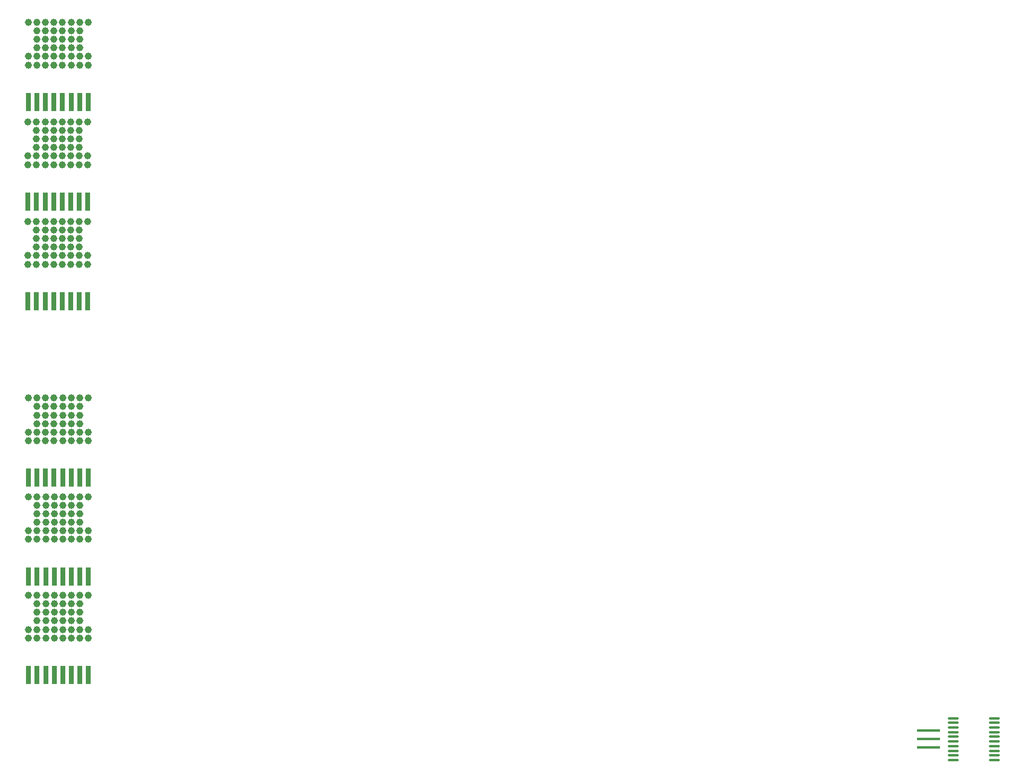
<source format=gbr>
%TF.GenerationSoftware,KiCad,Pcbnew,(6.0.0-rc1-57-gf03efa1cba)*%
%TF.CreationDate,2021-11-19T01:11:21-08:00*%
%TF.ProjectId,OpenCharger,4f70656e-4368-4617-9267-65722e6b6963,rev?*%
%TF.SameCoordinates,Original*%
%TF.FileFunction,Paste,Top*%
%TF.FilePolarity,Positive*%
%FSLAX46Y46*%
G04 Gerber Fmt 4.6, Leading zero omitted, Abs format (unit mm)*
G04 Created by KiCad (PCBNEW (6.0.0-rc1-57-gf03efa1cba)) date 2021-11-19 01:11:21*
%MOMM*%
%LPD*%
G01*
G04 APERTURE LIST*
G04 Aperture macros list*
%AMRoundRect*
0 Rectangle with rounded corners*
0 $1 Rounding radius*
0 $2 $3 $4 $5 $6 $7 $8 $9 X,Y pos of 4 corners*
0 Add a 4 corners polygon primitive as box body*
4,1,4,$2,$3,$4,$5,$6,$7,$8,$9,$2,$3,0*
0 Add four circle primitives for the rounded corners*
1,1,$1+$1,$2,$3*
1,1,$1+$1,$4,$5*
1,1,$1+$1,$6,$7*
1,1,$1+$1,$8,$9*
0 Add four rect primitives between the rounded corners*
20,1,$1+$1,$2,$3,$4,$5,0*
20,1,$1+$1,$4,$5,$6,$7,0*
20,1,$1+$1,$6,$7,$8,$9,0*
20,1,$1+$1,$8,$9,$2,$3,0*%
G04 Aperture macros list end*
%ADD10R,0.700000X2.600000*%
%ADD11C,1.000000*%
%ADD12RoundRect,0.100000X-0.637500X-0.100000X0.637500X-0.100000X0.637500X0.100000X-0.637500X0.100000X0*%
%ADD13R,3.200000X0.400000*%
G04 APERTURE END LIST*
D10*
%TO.C,Q3*%
X116415000Y-209720000D03*
D11*
X118815000Y-204540000D03*
X123615000Y-204540000D03*
X121215000Y-202140000D03*
X116415000Y-203340000D03*
X121215000Y-198540000D03*
X120015000Y-200940000D03*
X121215000Y-199740000D03*
X117615000Y-204540000D03*
D10*
X118815000Y-209720000D03*
D11*
X122415000Y-202140000D03*
X122415000Y-200940000D03*
X120015000Y-204540000D03*
X118815000Y-200940000D03*
X117615000Y-200940000D03*
X117615000Y-199740000D03*
X120015000Y-199740000D03*
D10*
X124815000Y-209720000D03*
D11*
X124815000Y-198540000D03*
X123615000Y-203340000D03*
X117615000Y-203340000D03*
X124815000Y-203340000D03*
X116415000Y-198540000D03*
X122415000Y-198540000D03*
X120015000Y-203340000D03*
X118815000Y-202140000D03*
X123615000Y-199740000D03*
X121215000Y-204540000D03*
X118815000Y-203340000D03*
X122415000Y-203340000D03*
D10*
X123615000Y-209720000D03*
D11*
X120015000Y-198540000D03*
D10*
X117615000Y-209720000D03*
D11*
X123615000Y-202140000D03*
X116415000Y-204540000D03*
X121215000Y-200940000D03*
X124815000Y-204540000D03*
X122415000Y-199740000D03*
X117615000Y-198540000D03*
X123615000Y-198540000D03*
X117615000Y-202140000D03*
D10*
X122415000Y-209720000D03*
D11*
X120015000Y-202140000D03*
X123615000Y-200940000D03*
D10*
X121215000Y-209720000D03*
X120015000Y-209720000D03*
D11*
X121215000Y-203340000D03*
X118815000Y-198540000D03*
X122415000Y-204540000D03*
X118815000Y-199740000D03*
%TD*%
%TO.C,Q1*%
X124850000Y-170600000D03*
X124850000Y-175400000D03*
X124850000Y-176600000D03*
X123650000Y-170600000D03*
X123650000Y-171800000D03*
X123650000Y-173000000D03*
X123650000Y-174200000D03*
X123650000Y-175400000D03*
X123650000Y-176600000D03*
X122450000Y-170600000D03*
X122450000Y-171800000D03*
X122450000Y-173000000D03*
X122450000Y-174200000D03*
X122450000Y-175400000D03*
X122450000Y-176600000D03*
X121250000Y-170600000D03*
X121250000Y-171800000D03*
X121250000Y-173000000D03*
X121250000Y-174200000D03*
X121250000Y-175400000D03*
X121250000Y-176600000D03*
X120050000Y-170600000D03*
X120050000Y-171800000D03*
X120050000Y-173000000D03*
X120050000Y-174200000D03*
X120050000Y-175400000D03*
X120050000Y-176600000D03*
X118850000Y-170600000D03*
X118850000Y-171800000D03*
X118850000Y-173000000D03*
X118850000Y-174200000D03*
X118850000Y-175400000D03*
X118850000Y-176600000D03*
X117650000Y-170600000D03*
X117650000Y-171800000D03*
X117650000Y-173000000D03*
X117650000Y-174200000D03*
X117650000Y-175400000D03*
X117650000Y-176600000D03*
X116450000Y-170600000D03*
X116450000Y-175400000D03*
X116450000Y-176600000D03*
D10*
X116450000Y-181780000D03*
X117650000Y-181780000D03*
X118850000Y-181780000D03*
X120050000Y-181780000D03*
X121250000Y-181780000D03*
X122450000Y-181780000D03*
X123650000Y-181780000D03*
X124850000Y-181780000D03*
%TD*%
D11*
%TO.C,Q2*%
X124815000Y-184570000D03*
X124815000Y-189370000D03*
X124815000Y-190570000D03*
X123615000Y-184570000D03*
X123615000Y-185770000D03*
X123615000Y-186970000D03*
X123615000Y-188170000D03*
X123615000Y-189370000D03*
X123615000Y-190570000D03*
X122415000Y-184570000D03*
X122415000Y-185770000D03*
X122415000Y-186970000D03*
X122415000Y-188170000D03*
X122415000Y-189370000D03*
X122415000Y-190570000D03*
X121215000Y-184570000D03*
X121215000Y-185770000D03*
X121215000Y-186970000D03*
X121215000Y-188170000D03*
X121215000Y-189370000D03*
X121215000Y-190570000D03*
X120015000Y-184570000D03*
X120015000Y-185770000D03*
X120015000Y-186970000D03*
X120015000Y-188170000D03*
X120015000Y-189370000D03*
X120015000Y-190570000D03*
X118815000Y-184570000D03*
X118815000Y-185770000D03*
X118815000Y-186970000D03*
X118815000Y-188170000D03*
X118815000Y-189370000D03*
X118815000Y-190570000D03*
X117615000Y-184570000D03*
X117615000Y-185770000D03*
X117615000Y-186970000D03*
X117615000Y-188170000D03*
X117615000Y-189370000D03*
X117615000Y-190570000D03*
X116415000Y-184570000D03*
X116415000Y-189370000D03*
X116415000Y-190570000D03*
D10*
X116415000Y-195750000D03*
X117615000Y-195750000D03*
X118815000Y-195750000D03*
X120015000Y-195750000D03*
X121215000Y-195750000D03*
X122415000Y-195750000D03*
X123615000Y-195750000D03*
X124815000Y-195750000D03*
%TD*%
D11*
%TO.C,Q17*%
X124899000Y-250965000D03*
X124899000Y-255765000D03*
X124899000Y-256965000D03*
X123699000Y-250965000D03*
X123699000Y-252165000D03*
X123699000Y-253365000D03*
X123699000Y-254565000D03*
X123699000Y-255765000D03*
X123699000Y-256965000D03*
X122499000Y-250965000D03*
X122499000Y-252165000D03*
X122499000Y-253365000D03*
X122499000Y-254565000D03*
X122499000Y-255765000D03*
X122499000Y-256965000D03*
X121299000Y-250965000D03*
X121299000Y-252165000D03*
X121299000Y-253365000D03*
X121299000Y-254565000D03*
X121299000Y-255765000D03*
X121299000Y-256965000D03*
X120099000Y-250965000D03*
X120099000Y-252165000D03*
X120099000Y-253365000D03*
X120099000Y-254565000D03*
X120099000Y-255765000D03*
X120099000Y-256965000D03*
X118899000Y-250965000D03*
X118899000Y-252165000D03*
X118899000Y-253365000D03*
X118899000Y-254565000D03*
X118899000Y-255765000D03*
X118899000Y-256965000D03*
X117699000Y-250965000D03*
X117699000Y-252165000D03*
X117699000Y-253365000D03*
X117699000Y-254565000D03*
X117699000Y-255765000D03*
X117699000Y-256965000D03*
X116499000Y-250965000D03*
X116499000Y-255765000D03*
X116499000Y-256965000D03*
D10*
X116499000Y-262145000D03*
X117699000Y-262145000D03*
X118899000Y-262145000D03*
X120099000Y-262145000D03*
X121299000Y-262145000D03*
X122499000Y-262145000D03*
X123699000Y-262145000D03*
X124899000Y-262145000D03*
%TD*%
D11*
%TO.C,Q16*%
X124899000Y-237135000D03*
X124899000Y-241935000D03*
X124899000Y-243135000D03*
X123699000Y-237135000D03*
X123699000Y-238335000D03*
X123699000Y-239535000D03*
X123699000Y-240735000D03*
X123699000Y-241935000D03*
X123699000Y-243135000D03*
X122499000Y-237135000D03*
X122499000Y-238335000D03*
X122499000Y-239535000D03*
X122499000Y-240735000D03*
X122499000Y-241935000D03*
X122499000Y-243135000D03*
X121299000Y-237135000D03*
X121299000Y-238335000D03*
X121299000Y-239535000D03*
X121299000Y-240735000D03*
X121299000Y-241935000D03*
X121299000Y-243135000D03*
X120099000Y-237135000D03*
X120099000Y-238335000D03*
X120099000Y-239535000D03*
X120099000Y-240735000D03*
X120099000Y-241935000D03*
X120099000Y-243135000D03*
X118899000Y-237135000D03*
X118899000Y-238335000D03*
X118899000Y-239535000D03*
X118899000Y-240735000D03*
X118899000Y-241935000D03*
X118899000Y-243135000D03*
X117699000Y-237135000D03*
X117699000Y-238335000D03*
X117699000Y-239535000D03*
X117699000Y-240735000D03*
X117699000Y-241935000D03*
X117699000Y-243135000D03*
X116499000Y-237135000D03*
X116499000Y-241935000D03*
X116499000Y-243135000D03*
D10*
X116499000Y-248315000D03*
X117699000Y-248315000D03*
X118899000Y-248315000D03*
X120099000Y-248315000D03*
X121299000Y-248315000D03*
X122499000Y-248315000D03*
X123699000Y-248315000D03*
X124899000Y-248315000D03*
%TD*%
D12*
%TO.C,U2*%
X246057500Y-268220000D03*
X246057500Y-268870000D03*
X246057500Y-269520000D03*
X246057500Y-270170000D03*
X246057500Y-270820000D03*
X246057500Y-271470000D03*
X246057500Y-272120000D03*
X246057500Y-272770000D03*
X246057500Y-273420000D03*
X246057500Y-274070000D03*
X251782500Y-274070000D03*
X251782500Y-273420000D03*
X251782500Y-272770000D03*
X251782500Y-272120000D03*
X251782500Y-271470000D03*
X251782500Y-270820000D03*
X251782500Y-270170000D03*
X251782500Y-269520000D03*
X251782500Y-268870000D03*
X251782500Y-268220000D03*
%TD*%
D13*
%TO.C,Y1*%
X242570000Y-269945000D03*
X242570000Y-271145000D03*
X242570000Y-272345000D03*
%TD*%
D11*
%TO.C,Q4*%
X123664000Y-228105000D03*
X117664000Y-229305000D03*
X120064000Y-226905000D03*
X118864000Y-224505000D03*
X117664000Y-226905000D03*
X120064000Y-224505000D03*
D10*
X116464000Y-234485000D03*
D11*
X116464000Y-228105000D03*
D10*
X118864000Y-234485000D03*
D11*
X117664000Y-223305000D03*
X118864000Y-228105000D03*
D10*
X124864000Y-234485000D03*
D11*
X124864000Y-228105000D03*
X120064000Y-225705000D03*
X123664000Y-224505000D03*
X121264000Y-224505000D03*
X116464000Y-223305000D03*
D10*
X120064000Y-234485000D03*
D11*
X120064000Y-229305000D03*
X121264000Y-229305000D03*
D10*
X122464000Y-234485000D03*
D11*
X124864000Y-229305000D03*
D10*
X117664000Y-234485000D03*
D11*
X121264000Y-228105000D03*
X123664000Y-225705000D03*
D10*
X123664000Y-234485000D03*
X121264000Y-234485000D03*
D11*
X116464000Y-229305000D03*
X121264000Y-223305000D03*
X117664000Y-224505000D03*
X123664000Y-229305000D03*
X122464000Y-229305000D03*
X118864000Y-225705000D03*
X122464000Y-224505000D03*
X118864000Y-223305000D03*
X117664000Y-228105000D03*
X122464000Y-223305000D03*
X124864000Y-223305000D03*
X118864000Y-226905000D03*
X120064000Y-228105000D03*
X123664000Y-226905000D03*
X122464000Y-226905000D03*
X121264000Y-225705000D03*
X122464000Y-225705000D03*
X120064000Y-223305000D03*
X117664000Y-225705000D03*
X123664000Y-223305000D03*
X122464000Y-228105000D03*
X118864000Y-229305000D03*
X121264000Y-226905000D03*
%TD*%
M02*

</source>
